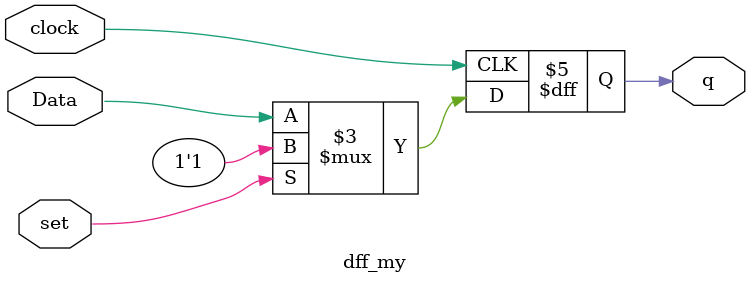
<source format=v>
module dff_my(clock, Data, set, q);
input clock, Data, set;
output q;
reg q;
always @(negedge clock)
            begin
            if (set)
                q <= 1'b1;
            else
                q <= Data;
            end
endmodule

</source>
